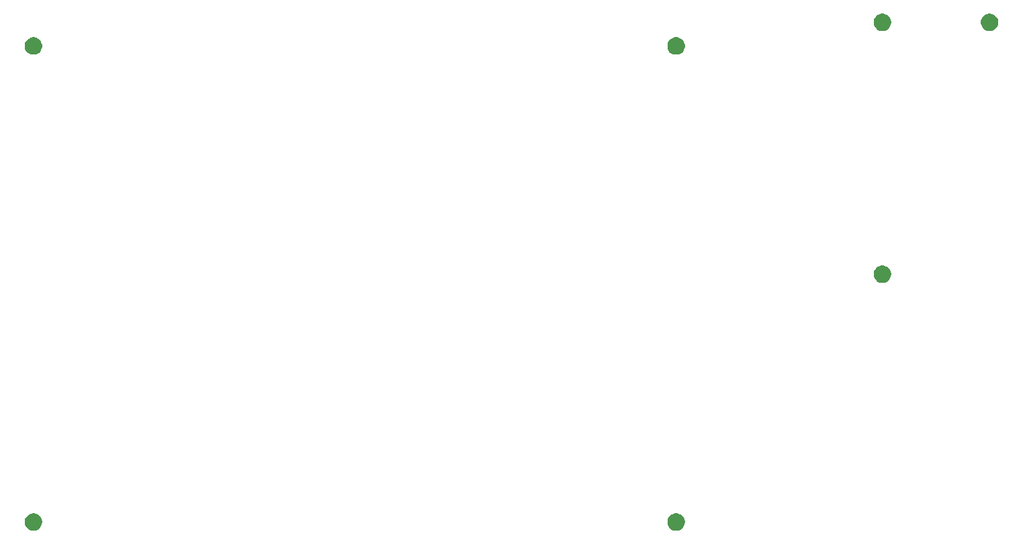
<source format=gbs>
G04 #@! TF.GenerationSoftware,KiCad,Pcbnew,(5.1.5)-3*
G04 #@! TF.CreationDate,2021-03-06T01:40:30+09:00*
G04 #@! TF.ProjectId,Setta21_Top,53657474-6132-4315-9f54-6f702e6b6963,rev?*
G04 #@! TF.SameCoordinates,Original*
G04 #@! TF.FileFunction,Soldermask,Bot*
G04 #@! TF.FilePolarity,Negative*
%FSLAX46Y46*%
G04 Gerber Fmt 4.6, Leading zero omitted, Abs format (unit mm)*
G04 Created by KiCad (PCBNEW (5.1.5)-3) date 2021-03-06 01:40:30*
%MOMM*%
%LPD*%
G04 APERTURE LIST*
%ADD10C,0.100000*%
G04 APERTURE END LIST*
D10*
G36*
X150320857Y-122942272D02*
G01*
X150521043Y-123025192D01*
X150521045Y-123025193D01*
X150611738Y-123085792D01*
X150701208Y-123145574D01*
X150854426Y-123298792D01*
X150974808Y-123478957D01*
X151057728Y-123679143D01*
X151100000Y-123891658D01*
X151100000Y-124108342D01*
X151057728Y-124320857D01*
X150974808Y-124521043D01*
X150974807Y-124521045D01*
X150854425Y-124701209D01*
X150701209Y-124854425D01*
X150521045Y-124974807D01*
X150521044Y-124974808D01*
X150521043Y-124974808D01*
X150320857Y-125057728D01*
X150108342Y-125100000D01*
X149891658Y-125100000D01*
X149679143Y-125057728D01*
X149478957Y-124974808D01*
X149478956Y-124974808D01*
X149478955Y-124974807D01*
X149298791Y-124854425D01*
X149145575Y-124701209D01*
X149025193Y-124521045D01*
X149025192Y-124521043D01*
X148942272Y-124320857D01*
X148900000Y-124108342D01*
X148900000Y-123891658D01*
X148942272Y-123679143D01*
X149025192Y-123478957D01*
X149145574Y-123298792D01*
X149298792Y-123145574D01*
X149388262Y-123085792D01*
X149478955Y-123025193D01*
X149478957Y-123025192D01*
X149679143Y-122942272D01*
X149891658Y-122900000D01*
X150108342Y-122900000D01*
X150320857Y-122942272D01*
G37*
G36*
X69320857Y-122942272D02*
G01*
X69521043Y-123025192D01*
X69521045Y-123025193D01*
X69611738Y-123085792D01*
X69701208Y-123145574D01*
X69854426Y-123298792D01*
X69974808Y-123478957D01*
X70057728Y-123679143D01*
X70100000Y-123891658D01*
X70100000Y-124108342D01*
X70057728Y-124320857D01*
X69974808Y-124521043D01*
X69974807Y-124521045D01*
X69854425Y-124701209D01*
X69701209Y-124854425D01*
X69521045Y-124974807D01*
X69521044Y-124974808D01*
X69521043Y-124974808D01*
X69320857Y-125057728D01*
X69108342Y-125100000D01*
X68891658Y-125100000D01*
X68679143Y-125057728D01*
X68478957Y-124974808D01*
X68478956Y-124974808D01*
X68478955Y-124974807D01*
X68298791Y-124854425D01*
X68145575Y-124701209D01*
X68025193Y-124521045D01*
X68025192Y-124521043D01*
X67942272Y-124320857D01*
X67900000Y-124108342D01*
X67900000Y-123891658D01*
X67942272Y-123679143D01*
X68025192Y-123478957D01*
X68145574Y-123298792D01*
X68298792Y-123145574D01*
X68388262Y-123085792D01*
X68478955Y-123025193D01*
X68478957Y-123025192D01*
X68679143Y-122942272D01*
X68891658Y-122900000D01*
X69108342Y-122900000D01*
X69320857Y-122942272D01*
G37*
G36*
X176320857Y-91692272D02*
G01*
X176521043Y-91775192D01*
X176521045Y-91775193D01*
X176611738Y-91835792D01*
X176701208Y-91895574D01*
X176854426Y-92048792D01*
X176974808Y-92228957D01*
X177057728Y-92429143D01*
X177100000Y-92641658D01*
X177100000Y-92858342D01*
X177057728Y-93070857D01*
X176974808Y-93271043D01*
X176974807Y-93271045D01*
X176854425Y-93451209D01*
X176701209Y-93604425D01*
X176521045Y-93724807D01*
X176521044Y-93724808D01*
X176521043Y-93724808D01*
X176320857Y-93807728D01*
X176108342Y-93850000D01*
X175891658Y-93850000D01*
X175679143Y-93807728D01*
X175478957Y-93724808D01*
X175478956Y-93724808D01*
X175478955Y-93724807D01*
X175298791Y-93604425D01*
X175145575Y-93451209D01*
X175025193Y-93271045D01*
X175025192Y-93271043D01*
X174942272Y-93070857D01*
X174900000Y-92858342D01*
X174900000Y-92641658D01*
X174942272Y-92429143D01*
X175025192Y-92228957D01*
X175145574Y-92048792D01*
X175298792Y-91895574D01*
X175388262Y-91835792D01*
X175478955Y-91775193D01*
X175478957Y-91775192D01*
X175679143Y-91692272D01*
X175891658Y-91650000D01*
X176108342Y-91650000D01*
X176320857Y-91692272D01*
G37*
G36*
X150320857Y-62942272D02*
G01*
X150521043Y-63025192D01*
X150521045Y-63025193D01*
X150611738Y-63085792D01*
X150701208Y-63145574D01*
X150854426Y-63298792D01*
X150974808Y-63478957D01*
X151057728Y-63679143D01*
X151100000Y-63891658D01*
X151100000Y-64108342D01*
X151057728Y-64320857D01*
X150974808Y-64521043D01*
X150974807Y-64521045D01*
X150854425Y-64701209D01*
X150701209Y-64854425D01*
X150521045Y-64974807D01*
X150521044Y-64974808D01*
X150521043Y-64974808D01*
X150320857Y-65057728D01*
X150108342Y-65100000D01*
X149891658Y-65100000D01*
X149679143Y-65057728D01*
X149478957Y-64974808D01*
X149478956Y-64974808D01*
X149478955Y-64974807D01*
X149298791Y-64854425D01*
X149145575Y-64701209D01*
X149025193Y-64521045D01*
X149025192Y-64521043D01*
X148942272Y-64320857D01*
X148900000Y-64108342D01*
X148900000Y-63891658D01*
X148942272Y-63679143D01*
X149025192Y-63478957D01*
X149145574Y-63298792D01*
X149298792Y-63145574D01*
X149388262Y-63085792D01*
X149478955Y-63025193D01*
X149478957Y-63025192D01*
X149679143Y-62942272D01*
X149891658Y-62900000D01*
X150108342Y-62900000D01*
X150320857Y-62942272D01*
G37*
G36*
X69320857Y-62942272D02*
G01*
X69521043Y-63025192D01*
X69521045Y-63025193D01*
X69611738Y-63085792D01*
X69701208Y-63145574D01*
X69854426Y-63298792D01*
X69974808Y-63478957D01*
X70057728Y-63679143D01*
X70100000Y-63891658D01*
X70100000Y-64108342D01*
X70057728Y-64320857D01*
X69974808Y-64521043D01*
X69974807Y-64521045D01*
X69854425Y-64701209D01*
X69701209Y-64854425D01*
X69521045Y-64974807D01*
X69521044Y-64974808D01*
X69521043Y-64974808D01*
X69320857Y-65057728D01*
X69108342Y-65100000D01*
X68891658Y-65100000D01*
X68679143Y-65057728D01*
X68478957Y-64974808D01*
X68478956Y-64974808D01*
X68478955Y-64974807D01*
X68298791Y-64854425D01*
X68145575Y-64701209D01*
X68025193Y-64521045D01*
X68025192Y-64521043D01*
X67942272Y-64320857D01*
X67900000Y-64108342D01*
X67900000Y-63891658D01*
X67942272Y-63679143D01*
X68025192Y-63478957D01*
X68145574Y-63298792D01*
X68298792Y-63145574D01*
X68388262Y-63085792D01*
X68478955Y-63025193D01*
X68478957Y-63025192D01*
X68679143Y-62942272D01*
X68891658Y-62900000D01*
X69108342Y-62900000D01*
X69320857Y-62942272D01*
G37*
G36*
X189820857Y-59942272D02*
G01*
X190021043Y-60025192D01*
X190021045Y-60025193D01*
X190111738Y-60085792D01*
X190201208Y-60145574D01*
X190354426Y-60298792D01*
X190474808Y-60478957D01*
X190557728Y-60679143D01*
X190600000Y-60891658D01*
X190600000Y-61108342D01*
X190557728Y-61320857D01*
X190474808Y-61521043D01*
X190474807Y-61521045D01*
X190354425Y-61701209D01*
X190201209Y-61854425D01*
X190021045Y-61974807D01*
X190021044Y-61974808D01*
X190021043Y-61974808D01*
X189820857Y-62057728D01*
X189608342Y-62100000D01*
X189391658Y-62100000D01*
X189179143Y-62057728D01*
X188978957Y-61974808D01*
X188978956Y-61974808D01*
X188978955Y-61974807D01*
X188798791Y-61854425D01*
X188645575Y-61701209D01*
X188525193Y-61521045D01*
X188525192Y-61521043D01*
X188442272Y-61320857D01*
X188400000Y-61108342D01*
X188400000Y-60891658D01*
X188442272Y-60679143D01*
X188525192Y-60478957D01*
X188645574Y-60298792D01*
X188798792Y-60145574D01*
X188888262Y-60085792D01*
X188978955Y-60025193D01*
X188978957Y-60025192D01*
X189179143Y-59942272D01*
X189391658Y-59900000D01*
X189608342Y-59900000D01*
X189820857Y-59942272D01*
G37*
G36*
X176320857Y-59942272D02*
G01*
X176521043Y-60025192D01*
X176521045Y-60025193D01*
X176611738Y-60085792D01*
X176701208Y-60145574D01*
X176854426Y-60298792D01*
X176974808Y-60478957D01*
X177057728Y-60679143D01*
X177100000Y-60891658D01*
X177100000Y-61108342D01*
X177057728Y-61320857D01*
X176974808Y-61521043D01*
X176974807Y-61521045D01*
X176854425Y-61701209D01*
X176701209Y-61854425D01*
X176521045Y-61974807D01*
X176521044Y-61974808D01*
X176521043Y-61974808D01*
X176320857Y-62057728D01*
X176108342Y-62100000D01*
X175891658Y-62100000D01*
X175679143Y-62057728D01*
X175478957Y-61974808D01*
X175478956Y-61974808D01*
X175478955Y-61974807D01*
X175298791Y-61854425D01*
X175145575Y-61701209D01*
X175025193Y-61521045D01*
X175025192Y-61521043D01*
X174942272Y-61320857D01*
X174900000Y-61108342D01*
X174900000Y-60891658D01*
X174942272Y-60679143D01*
X175025192Y-60478957D01*
X175145574Y-60298792D01*
X175298792Y-60145574D01*
X175388262Y-60085792D01*
X175478955Y-60025193D01*
X175478957Y-60025192D01*
X175679143Y-59942272D01*
X175891658Y-59900000D01*
X176108342Y-59900000D01*
X176320857Y-59942272D01*
G37*
M02*

</source>
